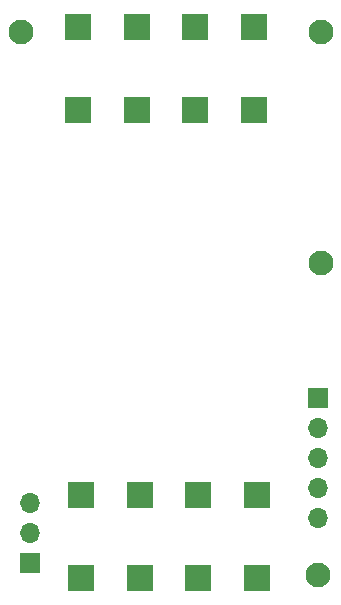
<source format=gbs>
%TF.GenerationSoftware,KiCad,Pcbnew,(6.0.0)*%
%TF.CreationDate,2022-02-23T23:52:20-08:00*%
%TF.ProjectId,motor-controller,6d6f746f-722d-4636-9f6e-74726f6c6c65,rev?*%
%TF.SameCoordinates,Original*%
%TF.FileFunction,Soldermask,Bot*%
%TF.FilePolarity,Negative*%
%FSLAX46Y46*%
G04 Gerber Fmt 4.6, Leading zero omitted, Abs format (unit mm)*
G04 Created by KiCad (PCBNEW (6.0.0)) date 2022-02-23 23:52:20*
%MOMM*%
%LPD*%
G01*
G04 APERTURE LIST*
%ADD10R,1.700000X1.700000*%
%ADD11O,1.700000X1.700000*%
%ADD12C,2.100000*%
%ADD13R,2.200000X2.200000*%
G04 APERTURE END LIST*
D10*
%TO.C,J5*%
X169418000Y-172217000D03*
D11*
X169418000Y-174757000D03*
X169418000Y-177297000D03*
X169418000Y-179837000D03*
X169418000Y-182377000D03*
%TD*%
D10*
%TO.C,J6*%
X145034000Y-186167000D03*
D11*
X145034000Y-183627000D03*
X145034000Y-181087000D03*
%TD*%
D12*
%TO.C,H3*%
X144272000Y-141224000D03*
%TD*%
D13*
%TO.C,J4*%
X164044000Y-140772000D03*
X164044000Y-147772000D03*
X159044000Y-140772000D03*
X159044000Y-147772000D03*
%TD*%
D12*
%TO.C,H2*%
X169418000Y-187198000D03*
%TD*%
D13*
%TO.C,J3*%
X154172699Y-140772000D03*
X149172699Y-147772000D03*
X149172699Y-140772000D03*
X154172699Y-147772000D03*
%TD*%
%TO.C,J2*%
X164298000Y-187396000D03*
X164298000Y-180396000D03*
X159298000Y-180396000D03*
X159298000Y-187396000D03*
%TD*%
D12*
%TO.C,H4*%
X169672000Y-160782000D03*
%TD*%
D13*
%TO.C,J1*%
X149392000Y-180396000D03*
X149392000Y-187396000D03*
X154392000Y-187396000D03*
X154392000Y-180396000D03*
%TD*%
D12*
%TO.C,H1*%
X169672000Y-141224000D03*
%TD*%
M02*

</source>
